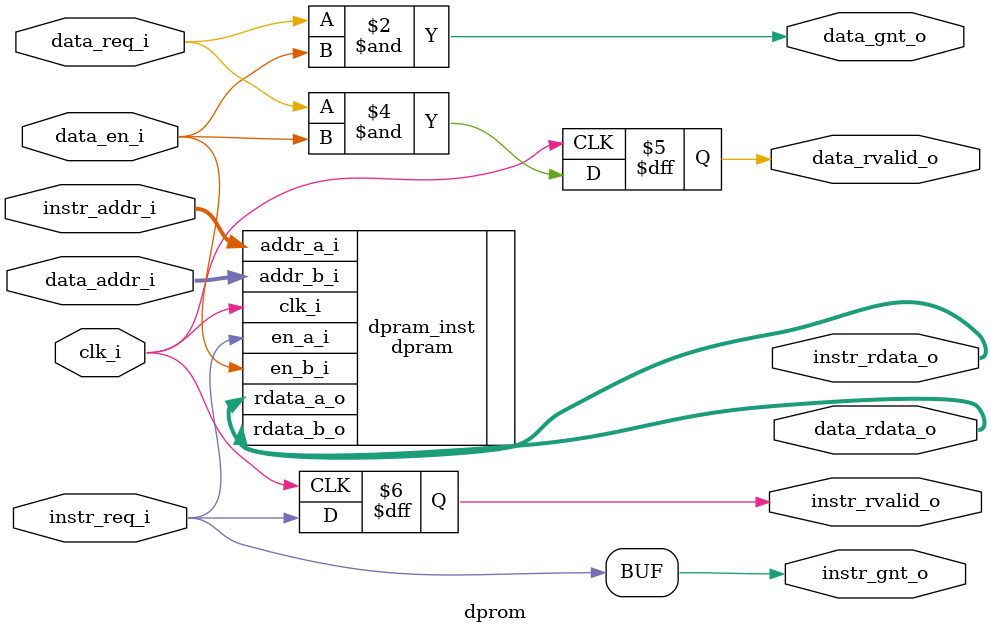
<source format=sv>
module dprom
#(
  parameter ROM_FILE = "../asmtest/testprog.mem",
  parameter ADDR_WIDTH = 8,
  parameter DATA_WIDTH = 32
)
(
  input   logic                   clk_i,
  input   logic                   instr_req_i,
  output  logic                   instr_gnt_o,
  output  logic                   instr_rvalid_o,
  input   logic [ADDR_WIDTH-1:0]  instr_addr_i,
  output  logic [DATA_WIDTH-1:0]  instr_rdata_o,
  input   logic                   data_en_i,
  input   logic                   data_req_i,
  output  logic                   data_gnt_o,
  output  logic                   data_rvalid_o,
  input   logic [ADDR_WIDTH-1:0]  data_addr_i,
  output  logic [DATA_WIDTH-1:0]  data_rdata_o
);

  dpram 
    #(
      .ROM_FILE (ROM_FILE),
      .ADDR_WIDTH( ADDR_WIDTH ),
      .DATA_WIDTH (DATA_WIDTH )
    )
  dpram_inst
    (
      .clk_i ( clk_i ),
      .en_a_i( instr_req_i ),
//      .wr_a_i( 0 ),
      .addr_a_i( instr_addr_i ),
//      .wdata_a_i( 0 ),
      .rdata_a_o( instr_rdata_o ),

      .en_b_i( data_en_i ),
//      .wr_b_i( 0 ),
      .addr_b_i( data_addr_i ),
//      .wdata_b_i( 0 ),
      .rdata_b_o( data_rdata_o )
    );

assign instr_gnt_o = instr_req_i;
always @(posedge clk_i)
begin
  instr_rvalid_o <= instr_req_i;
end

assign data_gnt_o = data_req_i & data_en_i;

always @(posedge clk_i)
begin
  data_rvalid_o <= data_req_i & data_en_i;
end

endmodule

</source>
